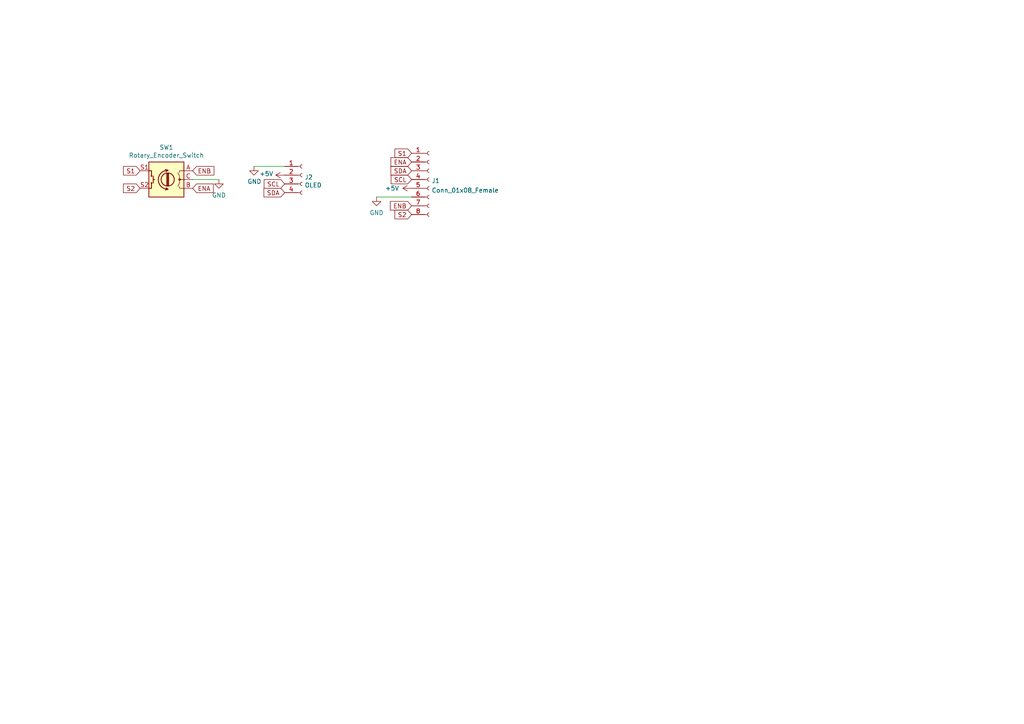
<source format=kicad_sch>
(kicad_sch (version 20211123) (generator eeschema)
  (paper "A4")
  (lib_symbols
    (symbol "Connector:Conn_01x04_Female" (pin_names (offset 1.016) hide)
      (property "Reference" "J" (at 0 5.08 0))
      (property "Value" "Conn_01x04_Female" (at 0 -7.62 0))
      (symbol "Conn_01x04_Female_1_1"
        (arc (start 0 -4.572) (mid -0.508 -5.08) (end 0 -5.588) (stroke (width 0.1524)))
        (arc (start 0 -2.032) (mid -0.508 -2.54) (end 0 -3.048) (stroke (width 0.1524)))
        (polyline (pts (xy -1.27 -5.08) (xy -0.508 -5.08)) (stroke (width 0.1524)))
        (polyline (pts (xy -1.27 -2.54) (xy -0.508 -2.54)) (stroke (width 0.1524)))
        (polyline (pts (xy -1.27 0) (xy -0.508 0)) (stroke (width 0.1524)))
        (polyline (pts (xy -1.27 2.54) (xy -0.508 2.54)) (stroke (width 0.1524)))
        (arc (start 0 0.508) (mid -0.508 0) (end 0 -0.508) (stroke (width 0.1524)))
        (arc (start 0 3.048) (mid -0.508 2.54) (end 0 2.032) (stroke (width 0.1524)))
        (pin passive line (at -5.08 2.54 0) (length 3.81) (name "Pin_1") (number "1"))
        (pin passive line (at -5.08 0 0) (length 3.81) (name "Pin_2") (number "2"))
        (pin passive line (at -5.08 -2.54 0) (length 3.81) (name "Pin_3") (number "3"))
        (pin passive line (at -5.08 -5.08 0) (length 3.81) (name "Pin_4") (number "4"))
      )
    )
    (symbol "Connector:Conn_01x08_Female" (pin_names (offset 1.016) hide)
      (property "Reference" "J" (at 0 10.16 0))
      (property "Value" "Conn_01x08_Female" (at 0 -12.7 0))
      (symbol "Conn_01x08_Female_1_1"
        (arc (start 0 -9.652) (mid -0.508 -10.16) (end 0 -10.668) (stroke (width 0.1524)))
        (arc (start 0 -7.112) (mid -0.508 -7.62) (end 0 -8.128) (stroke (width 0.1524)))
        (arc (start 0 -4.572) (mid -0.508 -5.08) (end 0 -5.588) (stroke (width 0.1524)))
        (arc (start 0 -2.032) (mid -0.508 -2.54) (end 0 -3.048) (stroke (width 0.1524)))
        (polyline (pts (xy -1.27 -10.16) (xy -0.508 -10.16)) (stroke (width 0.1524)))
        (polyline (pts (xy -1.27 -7.62) (xy -0.508 -7.62)) (stroke (width 0.1524)))
        (polyline (pts (xy -1.27 -5.08) (xy -0.508 -5.08)) (stroke (width 0.1524)))
        (polyline (pts (xy -1.27 -2.54) (xy -0.508 -2.54)) (stroke (width 0.1524)))
        (polyline (pts (xy -1.27 0) (xy -0.508 0)) (stroke (width 0.1524)))
        (polyline (pts (xy -1.27 2.54) (xy -0.508 2.54)) (stroke (width 0.1524)))
        (polyline (pts (xy -1.27 5.08) (xy -0.508 5.08)) (stroke (width 0.1524)))
        (polyline (pts (xy -1.27 7.62) (xy -0.508 7.62)) (stroke (width 0.1524)))
        (arc (start 0 0.508) (mid -0.508 0) (end 0 -0.508) (stroke (width 0.1524)))
        (arc (start 0 3.048) (mid -0.508 2.54) (end 0 2.032) (stroke (width 0.1524)))
        (arc (start 0 5.588) (mid -0.508 5.08) (end 0 4.572) (stroke (width 0.1524)))
        (arc (start 0 8.128) (mid -0.508 7.62) (end 0 7.112) (stroke (width 0.1524)))
        (pin passive line (at -5.08 7.62 0) (length 3.81) (name "Pin_1") (number "1"))
        (pin passive line (at -5.08 5.08 0) (length 3.81) (name "Pin_2") (number "2"))
        (pin passive line (at -5.08 2.54 0) (length 3.81) (name "Pin_3") (number "3"))
        (pin passive line (at -5.08 0 0) (length 3.81) (name "Pin_4") (number "4"))
        (pin passive line (at -5.08 -2.54 0) (length 3.81) (name "Pin_5") (number "5"))
        (pin passive line (at -5.08 -5.08 0) (length 3.81) (name "Pin_6") (number "6"))
        (pin passive line (at -5.08 -7.62 0) (length 3.81) (name "Pin_7") (number "7"))
        (pin passive line (at -5.08 -10.16 0) (length 3.81) (name "Pin_8") (number "8"))
      )
    )
    (symbol "Device:Rotary_Encoder_Switch" (pin_names (offset 0.254) hide)
      (property "Reference" "SW" (at 0 6.604 0))
      (property "Value" "Device_Rotary_Encoder_Switch" (at 0 -6.604 0))
      (symbol "Rotary_Encoder_Switch_0_1"
        (rectangle (start -5.08 5.08) (end 5.08 -5.08) (stroke (width 0.254)) (fill (type background)))
        (circle (center -3.81 0) (radius 0.254) (fill (type outline)))
        (arc (start -0.381 -2.794) (mid 2.3622 -0.0635) (end -0.381 2.667) (stroke (width 0.254)))
        (circle (center -0.381 0) (radius 1.905) (stroke (width 0.254)))
        (polyline (pts (xy -0.635 -1.778) (xy -0.635 1.778)) (stroke (width 0.254)))
        (polyline (pts (xy -0.381 -1.778) (xy -0.381 1.778)) (stroke (width 0.254)))
        (polyline (pts (xy -0.127 1.778) (xy -0.127 -1.778)) (stroke (width 0.254)))
        (polyline (pts (xy 3.81 0) (xy 3.429 0)) (stroke (width 0.254)))
        (polyline (pts (xy 3.81 1.016) (xy 3.81 -1.016)) (stroke (width 0.254)))
        (polyline (pts (xy -5.08 -2.54) (xy -3.81 -2.54) (xy -3.81 -2.032)))
        (polyline (pts (xy -5.08 2.54) (xy -3.81 2.54) (xy -3.81 2.032)))
        (polyline (pts (xy 0.254 -3.048) (xy -0.508 -2.794) (xy 0.127 -2.413)) (stroke (width 0.254)))
        (polyline (pts (xy 0.254 2.921) (xy -0.508 2.667) (xy 0.127 2.286)) (stroke (width 0.254)))
        (polyline (pts (xy 5.08 -2.54) (xy 4.318 -2.54) (xy 4.318 -1.016)) (stroke (width 0.254)))
        (polyline (pts (xy 5.08 2.54) (xy 4.318 2.54) (xy 4.318 1.016)) (stroke (width 0.254)))
        (polyline (pts (xy -5.08 0) (xy -3.81 0) (xy -3.81 -1.016) (xy -3.302 -2.032)))
        (polyline (pts (xy -4.318 0) (xy -3.81 0) (xy -3.81 1.016) (xy -3.302 2.032)))
        (circle (center 4.318 -1.016) (radius 0.127) (stroke (width 0.254)))
        (circle (center 4.318 1.016) (radius 0.127) (stroke (width 0.254)))
      )
      (symbol "Rotary_Encoder_Switch_1_1"
        (pin passive line (at -7.62 2.54 0) (length 2.54) (name "A") (number "A"))
        (pin passive line (at -7.62 -2.54 0) (length 2.54) (name "B") (number "B"))
        (pin passive line (at -7.62 0 0) (length 2.54) (name "C") (number "C"))
        (pin passive line (at 7.62 2.54 180) (length 2.54) (name "S1") (number "S1"))
        (pin passive line (at 7.62 -2.54 180) (length 2.54) (name "S2") (number "S2"))
      )
    )
    (symbol "power:+5V" (power) (pin_names (offset 0))
      (property "Value" "+5V" (at 0 3.556 0))
      (symbol "+5V_0_1"
        (polyline (pts (xy -0.762 1.27) (xy 0 2.54)))
        (polyline (pts (xy 0 0) (xy 0 2.54)))
        (polyline (pts (xy 0 2.54) (xy 0.762 1.27)))
      )
      (symbol "+5V_1_1"
        (pin power_in line (at 0 0 90) (length 0) hide (name "+5V") (number "1"))
      )
    )
    (symbol "power:GND" (power) (pin_names (offset 0))
      (property "Value" "GND" (at 0 -3.81 0))
      (symbol "GND_0_1"
        (polyline (pts (xy 0 0) (xy 0 -1.27) (xy 1.27 -1.27) (xy 0 -2.54) (xy -1.27 -1.27) (xy 0 -1.27)))
      )
      (symbol "GND_1_1"
        (pin power_in line (at 0 0 270) (length 0) hide (name "GND") (number "1"))
      )
    )
  )
  (wire (pts (xy 82.55 48.26) (xy 73.66 48.26)))
  (wire (pts (xy 55.88 52.07) (xy 63.5 52.07)))
  (wire (pts (xy 109.22 57.15) (xy 119.38 57.15)))
  (global_label "SDA" (shape input) (at 119.38 49.53 180) (property "Intersheet References" "${INTERSHEET_REFS}" (effects hide)))
  (global_label "S1" (shape input) (at 119.38 44.45 180) (property "Intersheet References" "${INTERSHEET_REFS}" (effects hide)))
  (global_label "ENB" (shape input) (at 119.38 59.69 180) (property "Intersheet References" "${INTERSHEET_REFS}" (effects hide)))
  (global_label "ENB" (shape input) (at 55.88 49.53 0) (property "Intersheet References" "${INTERSHEET_REFS}" (effects hide)))
  (global_label "ENA" (shape input) (at 55.88 54.61 0) (property "Intersheet References" "${INTERSHEET_REFS}" (effects hide)))
  (global_label "SCL" (shape input) (at 82.55 53.34 180) (property "Intersheet References" "${INTERSHEET_REFS}" (effects hide)))
  (global_label "S2" (shape input) (at 119.38 62.23 180) (property "Intersheet References" "${INTERSHEET_REFS}" (effects hide)))
  (global_label "S1" (shape input) (at 40.64 49.53 180) (property "Intersheet References" "${INTERSHEET_REFS}" (effects hide)))
  (global_label "SCL" (shape input) (at 119.38 52.07 180) (property "Intersheet References" "${INTERSHEET_REFS}" (effects hide)))
  (global_label "SDA" (shape input) (at 82.55 55.88 180) (property "Intersheet References" "${INTERSHEET_REFS}" (effects hide)))
  (global_label "S2" (shape input) (at 40.64 54.61 180) (property "Intersheet References" "${INTERSHEET_REFS}" (effects hide)))
  (global_label "ENA" (shape input) (at 119.38 46.99 180) (property "Intersheet References" "${INTERSHEET_REFS}" (effects hide)))
  (symbol (lib_id "Connector:Conn_01x04_Female") (at 87.63 50.8 0) (unit 1)
    (property "Reference" "J2" (at 88.3412 51.4096 0) (effects (justify left)))
    (property "Value" "OLED" (at 88.3412 53.721 0) (effects (justify left)))
    (property "Footprint" "Custom_Footprints:SSD1306_OLED" (effects hide))
  )
  (symbol (lib_id "power:GND") (at 73.66 48.26 0) (unit 1)
    (property "Reference" "#PWR0102" (effects hide))
    (property "Value" "GND" (at 73.787 52.6542 0))
  )
  (symbol (lib_id "power:GND") (at 63.5 52.07 0) (unit 1)
    (property "Reference" "#PWR0105" (effects hide))
    (property "Value" "GND" (at 63.5 56.6325 0))
  )
  (symbol (lib_id "Device:Rotary_Encoder_Switch") (at 48.26 52.07 0) (mirror y) (unit 1)
    (property "Reference" "SW1" (at 48.26 42.7482 0))
    (property "Value" "Rotary_Encoder_Switch" (at 48.26 45.0596 0))
    (property "Footprint" "Rotary_Encoder:RotaryEncoder_Alps_EC11E-Switch_Vertical_H20mm" (effects hide))
  )
  (symbol (lib_id "power:GND") (at 109.22 57.15 0) (unit 1)
    (property "Reference" "#PWR0103" (effects hide))
    (property "Value" "GND" (at 109.22 61.7125 0))
  )
  (symbol (lib_id "power:+5V") (at 82.55 50.8 90) (unit 1)
    (property "Reference" "#PWR0101" (effects hide))
    (property "Value" "+5V" (at 79.2988 50.419 90) (effects (justify left)))
  )
  (symbol (lib_id "power:+5V") (at 119.38 54.61 90) (unit 1)
    (property "Reference" "#PWR0104" (effects hide))
    (property "Value" "+5V" (at 115.7755 54.61 90) (effects (justify left)))
  )
  (symbol (lib_id "Connector:Conn_01x08_Female") (at 124.46 52.07 0) (unit 1)
    (property "Reference" "J1" (at 125.1712 52.4315 0) (effects (justify left)))
    (property "Value" "Conn_01x08_Female" (at 125.1712 55.2066 0) (effects (justify left)))
    (property "Footprint" "Connector_PinHeader_2.54mm:PinHeader_1x08_P2.54mm_Vertical" (effects hide))
  )
)
</source>
